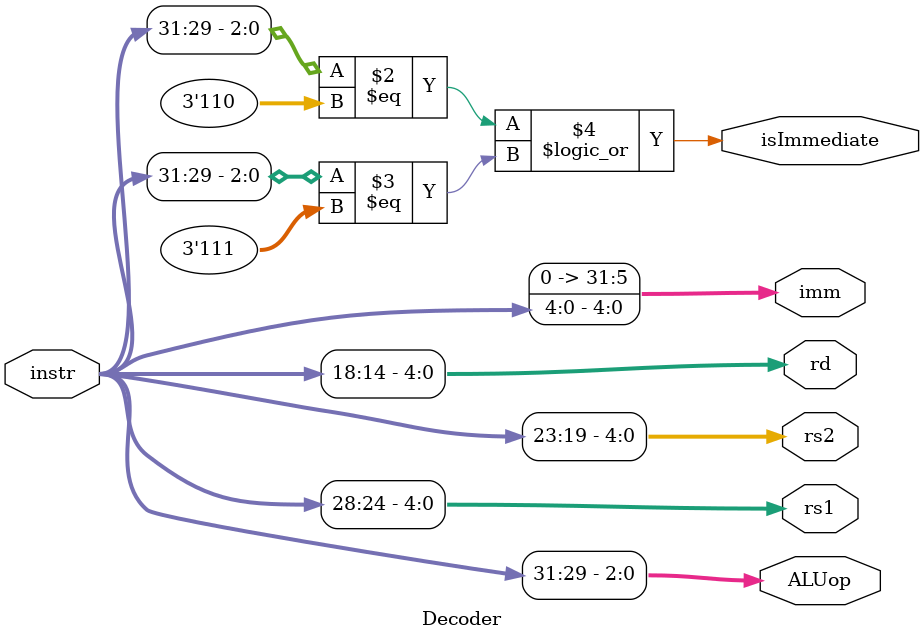
<source format=v>
module Decoder(
    input [31:0] instr,
    output reg [2:0] ALUop,
    output reg [4:0] rs1,
    output reg [4:0] rs2,
    output reg [4:0] rd,
    output reg [31:0] imm,
    output reg isImmediate
);
    always @(*) begin
        ALUop = instr[31:29];
        rs1 = instr[28:24];
        rs2 = instr[23:19];
        rd = instr[18:14];
        imm = {27'b0, instr[4:0]};
        isImmediate = (ALUop == 3'b110 || ALUop == 3'b111);
    end
endmodule


</source>
